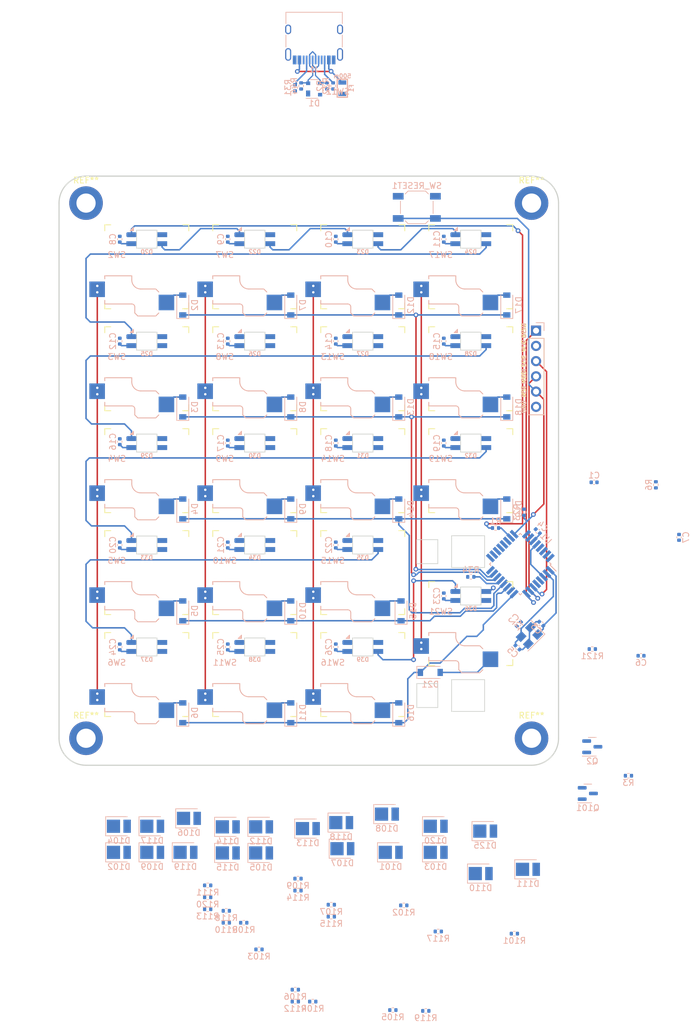
<source format=kicad_pcb>
(kicad_pcb (version 20211014) (generator pcbnew)
  (layers (0 "F.Cu" signal) (31 "B.Cu" signal) (34 "B.Paste" user) (35 "F.Paste" user) (36 "B.SilkS" user "B.Silkscreen") (37 "F.SilkS" user "F.Silkscreen") (38 "B.Mask" user) (39 "F.Mask" user) (44 "Edge.Cuts" user))
  (net 0 "")
  (net 1 "+5V")
  (net 2 "GND")
  (net 3 "Net-(C3-Pad2)")
  (net 4 "Net-(C4-Pad1)")
  (net 5 "Net-(C5-Pad1)")
  (net 6 "D+")
  (net 7 "D-")
  (net 8 "VCC")
  (net 9 "ROW_3")
  (net 10 "Net-(D2-Pad2)")
  (net 11 "ROW_2")
  (net 12 "Net-(D3-Pad2)")
  (net 13 "ROW_1")
  (net 14 "Net-(D4-Pad2)")
  (net 15 "ROW_0")
  (net 16 "Net-(D5-Pad2)")
  (net 17 "ROW_4")
  (net 18 "Net-(D6-Pad2)")
  (net 19 "Net-(D7-Pad2)")
  (net 20 "Net-(D8-Pad2)")
  (net 21 "Net-(D9-Pad2)")
  (net 22 "Net-(D10-Pad2)")
  (net 23 "Net-(D11-Pad2)")
  (net 24 "Net-(D12-Pad2)")
  (net 25 "Net-(D13-Pad2)")
  (net 26 "Net-(D14-Pad2)")
  (net 27 "Net-(D15-Pad2)")
  (net 28 "Net-(D16-Pad2)")
  (net 29 "Net-(D17-Pad2)")
  (net 30 "Net-(D18-Pad2)")
  (net 31 "Net-(D19-Pad2)")
  (net 32 "Net-(D125-Pad1)")
  (net 33 "Net-(D21-Pad2)")
  (net 35 "Net-(J1-PadA5)")
  (net 37 "Net-(J1-PadB5)")
  (net 39 "MISO")
  (net 40 "SCLK")
  (net 41 "MOSI")
  (net 42 "RST")
  (net 43 "Net-(Q2-Pad1)")
  (net 44 "Net-(Q2-Pad3)")
  (net 45 "Net-(R2-Pad2)")
  (net 46 "NUM_LOCK_PWM")
  (net 47 "PWM")
  (net 48 "Net-(R34-Pad1)")
  (net 49 "Net-(R44-Pad2)")
  (net 50 "COL_0")
  (net 51 "COL_1")
  (net 52 "COL_2")
  (net 53 "COL_3")
  (net 54 "Net-(D101-Pad1)")
  (net 55 "Net-(D102-Pad1)")
  (net 56 "Net-(D103-Pad1)")
  (net 57 "Net-(D104-Pad1)")
  (net 58 "Net-(D105-Pad1)")
  (net 59 "Net-(D106-Pad1)")
  (net 60 "Net-(D107-Pad1)")
  (net 61 "Net-(D108-Pad1)")
  (net 62 "Net-(D109-Pad1)")
  (net 63 "Net-(D110-Pad1)")
  (net 64 "Net-(D111-Pad1)")
  (net 65 "Net-(D112-Pad1)")
  (net 66 "Net-(D113-Pad1)")
  (net 67 "Net-(D114-Pad1)")
  (net 68 "Net-(D115-Pad1)")
  (net 70 "Net-(D117-Pad1)")
  (net 71 "Net-(D118-Pad1)")
  (net 72 "Net-(D119-Pad1)")
  (net 73 "Net-(D120-Pad1)")
  (net 74 "Net-(Q101-Pad1)")
  (net 75 "Net-(Q101-Pad3)")
  (net 80 "Net-(D20-Pad1)")
  (net 81 "RGB")
  (net 82 "Net-(D22-Pad1)")
  (net 83 "Net-(D23-Pad1)")
  (net 84 "D25")
  (net 85 "Net-(D25-Pad1)")
  (net 86 "Net-(D26-Pad1)")
  (net 87 "Net-(D27-Pad1)")
  (net 88 "D29")
  (net 89 "Net-(D29-Pad1)")
  (net 90 "Net-(D30-Pad1)")
  (net 91 "Net-(D31-Pad1)")
  (net 92 "D33")
  (net 93 "Net-(D33-Pad1)")
  (net 94 "Net-(D34-Pad1)")
  (net 95 "D37")
  (net 97 "Net-(D36-Pad3)")
  (net 98 "Net-(D37-Pad1)")
  (net 99 "Net-(D38-Pad1)")
  (net 100 "Net-(U1-Pad23)")
  (footprint "keyswitches.pretty-2:Kailh_socket_PG1350" (layer "F.Cu") (at 72 68)
    (fp_text reference "SW4")
    (fp_text value "SW_Push")
  )
  (footprint "keyswitches.pretty-2:Kailh_socket_PG1350" (layer "F.Cu") (at 126 93.5)
    (fp_text reference "SW21")
    (fp_text value "SW_Push")
  )
  (footprint "keyswitches.pretty-2:Kailh_socket_PG1350" (layer "F.Cu") (at 90 34)
    (fp_text reference "SW7")
    (fp_text value "SW_Push")
  )
  (footprint "keyswitches.pretty-2:Kailh_socket_PG1350" (layer "F.Cu") (at 108 85)
    (fp_text reference "SW15")
    (fp_text value "SW_Push")
  )
  (footprint "MountingHole:MountingHole_3.2mm_M3_DIN965_Pad" (layer "F.Cu") (at 136.125 23.375)
    (fp_text reference "REF**")
    (fp_text value "MountingHole_3.2mm_M3_DIN965_Pad")
  )
  (footprint "keyswitches.pretty-2:Kailh_socket_PG1350" (layer "F.Cu") (at 126 68)
    (fp_text reference "SW19")
    (fp_text value "SW_Push")
  )
  (footprint "keyswitches.pretty-2:Kailh_socket_PG1350" (layer "F.Cu") (at 90 68)
    (fp_text reference "SW9")
    (fp_text value "SW_Push")
  )
  (footprint "keyswitches.pretty-2:Kailh_socket_PG1350" (layer "F.Cu") (at 72 102)
    (fp_text reference "SW6")
    (fp_text value "SW_Push")
  )
  (footprint "keyswitches.pretty-2:Kailh_socket_PG1350" (layer "F.Cu") (at 72 85)
    (fp_text reference "SW5")
    (fp_text value "SW_Push")
  )
  (footprint "keyswitches.pretty-2:Kailh_socket_PG1350" (layer "F.Cu") (at 126 51)
    (fp_text reference "SW18")
    (fp_text value "SW_Push")
  )
  (footprint "keyswitches.pretty-2:Kailh_socket_PG1350" (layer "F.Cu") (at 108 51)
    (fp_text reference "SW13")
    (fp_text value "SW_Push")
  )
  (footprint "keyswitches.pretty-2:Kailh_socket_PG1350" (layer "F.Cu") (at 126 34)
    (fp_text reference "SW17")
    (fp_text value "SW_Push")
  )
  (footprint "keyswitches.pretty-2:Kailh_socket_PG1350" (layer "F.Cu") (at 90 51)
    (fp_text reference "SW8")
    (fp_text value "SW_Push")
  )
  (footprint "keyswitches.pretty-2:Kailh_socket_PG1350" (layer "F.Cu") (at 72 34)
    (fp_text reference "SW2")
    (fp_text value "SW_Push")
  )
  (footprint "keyswitches.pretty-2:Kailh_socket_PG1350" (layer "F.Cu") (at 108 34)
    (fp_text reference "SW12")
    (fp_text value "SW_Push")
  )
  (footprint "keyswitches.pretty-2:Kailh_socket_PG1350" (layer "F.Cu") (at 108 102)
    (fp_text reference "SW16")
    (fp_text value "SW_Push")
  )
  (footprint "Keebio-Parts:Kailh-Stabilizer-2u-Vert" (layer "F.Cu") (at 126 93.5 180)
    (fp_text reference "Kailh PG1350")
    (fp_text value "Choc" hide)
    (fp_line (start 9 -14) (end 5.5 -14) (layer "Edge.Cuts") (width 0.12))
    (fp_line (start 3.2 -14.65) (end 3.2 -9.35) (layer "Edge.Cuts") (width 0.12))
    (fp_line (start 5.5 -10) (end 9 -10) (layer "Edge.Cuts") (width 0.12))
    (fp_line (start 5.5 14) (end 9 14) (layer "Edge.Cuts") (width 0.12))
    (fp_line (start 5.5 -14) (end 5.5 -10) (layer "Edge.Cuts") (width 0.12))
    (fp_line (start 3.2 9.35) (end -2.3 9.35) (layer "Edge.Cuts") (width 0.12))
    (fp_line (start 3.2 9.35) (end 3.2 14.65) (layer "Edge.Cuts") (width 0.12))
    (fp_line (start -2.3 9.35) (end -2.3 14.65) (layer "Edge.Cuts") (width 0.12))
    (fp_line (start 9 -14) (end 9 -10) (layer "Edge.Cuts") (width 0.12))
    (fp_line (start 9 10) (end 5.5 10) (layer "Edge.Cuts") (width 0.12))
    (fp_line (start 3.2 -14.65) (end -2.3 -14.65) (layer "Edge.Cuts") (width 0.12))
    (fp_line (start 9 10) (end 9 14) (layer "Edge.Cuts") (width 0.12))
    (fp_line (start -2.3 -14.65) (end -2.3 -9.35) (layer "Edge.Cuts") (width 0.12))
    (fp_line (start 5.5 10) (end 5.5 14) (layer "Edge.Cuts") (width 0.12))
    (fp_line (start -2.3 14.65) (end 3.2 14.65) (layer "Edge.Cuts") (width 0.12))
    (fp_line (start -2.3 -9.35) (end 3.2 -9.35) (layer "Edge.Cuts") (width 0.12))
  )
  (footprint "keyswitches.pretty-2:Kailh_socket_PG1350" (layer "F.Cu") (at 90 85)
    (fp_text reference "SW10")
    (fp_text value "SW_Push")
  )
  (footprint "MountingHole:MountingHole_3.2mm_M3_DIN965_Pad" (layer "F.Cu") (at 61.875 112.625)
    (fp_text reference "REF**")
    (fp_text value "MountingHole_3.2mm_M3_DIN965_Pad")
  )
  (footprint "MountingHole:MountingHole_3.2mm_M3_DIN965_Pad" (layer "F.Cu") (at 136.125 112.625)
    (fp_text reference "REF**")
    (fp_text value "MountingHole_3.2mm_M3_DIN965_Pad")
  )
  (footprint "keyswitches.pretty-2:Kailh_socket_PG1350" (layer "F.Cu") (at 90 102)
    (fp_text reference "SW11")
    (fp_text value "SW_Push")
  )
  (footprint "keyswitches.pretty-2:Kailh_socket_PG1350" (layer "F.Cu") (at 108 68)
    (fp_text reference "SW14")
    (fp_text value "SW_Push")
  )
  (footprint "MountingHole:MountingHole_3.2mm_M3_DIN965_Pad" (layer "F.Cu") (at 61.875 23.375)
    (fp_text reference "REF**")
    (fp_text value "MountingHole_3.2mm_M3_DIN965_Pad")
  )
  (footprint "keyswitches.pretty-2:Kailh_socket_PG1350" (layer "F.Cu") (at 72 51)
    (fp_text reference "SW3")
    (fp_text value "SW_Push")
  )
  (footprint "Button_Switch_SMD:SW_SPST_SKQG_WithStem" (layer "B.Cu") (at 117 24.083356 180)
    (fp_text reference "SW_RESET1")
    (fp_text value "SW_Push")
  )
  (footprint "Resistor_SMD:R_0402_1005Metric" (layer "B.Cu") (at 96.75 154.551593)
    (fp_text reference "R106")
    (fp_text value "470")
  )
  (footprint "Capacitor_SMD:C_0402_1005Metric" (layer "B.Cu") (at 85.5 97.395925 -90)
    (fp_text reference "C25")
    (fp_text value "100nF")
  )
  (footprint "Keebio-Parts:SK6812-MINI-E" (layer "B.Cu") (at 90 46.395877 180)
    (fp_text reference "D26")
    (fp_text value "SK6812MINI" hide)
    (fp_line (start 1.7 -1.5) (end -1.7 -1.5) (layer "Edge.Cuts") (width 0.12))
    (fp_line (start -1.7 -1.5) (end -1.7 1.5) (layer "Edge.Cuts") (width 0.12))
    (fp_line (start 1.7 1.5) (end 1.7 -1.5) (layer "Edge.Cuts") (width 0.12))
    (fp_line (start -1.7 1.5) (end 1.7 1.5) (layer "Edge.Cuts") (width 0.12))
  )
  (footprint "Keebio-Parts:SK6812-MINI-E" (layer "B.Cu") (at 108 80.395909 180)
    (fp_text reference "D35")
    (fp_text value "SK6812MINI" hide)
    (fp_line (start 1.7 1.5) (end 1.7 -1.5) (layer "Edge.Cuts") (width 0.12))
    (fp_line (start 1.7 -1.5) (end -1.7 -1.5) (layer "Edge.Cuts") (width 0.12))
    (fp_line (start -1.7 1.5) (end 1.7 1.5) (layer "Edge.Cuts") (width 0.12))
    (fp_line (start -1.7 -1.5) (end -1.7 1.5) (layer "Edge.Cuts") (width 0.12))
  )
  (footprint "Package_TO_SOT_SMD:SOT-23" (layer "B.Cu") (at 145.5 121.833276)
    (fp_text reference "Q101")
    (fp_text value "DMN2041L")
  )
  (footprint "Keebio-Parts:SK6812-MINI-E" (layer "B.Cu") (at 72 29.395861 180)
    (fp_text reference "D20")
    (fp_text value "SK6812MINI" hide)
    (fp_line (start 1.7 1.5) (end 1.7 -1.5) (layer "Edge.Cuts") (width 0.12))
    (fp_line (start -1.7 1.5) (end 1.7 1.5) (layer "Edge.Cuts") (width 0.12))
    (fp_line (start -1.7 -1.5) (end -1.7 1.5) (layer "Edge.Cuts") (width 0.12))
    (fp_line (start 1.7 -1.5) (end -1.7 -1.5) (layer "Edge.Cuts") (width 0.12))
  )
  (footprint "LED_SMD:LED_PLCC_2835" (layer "B.Cu") (at 72.9 131.649998)
    (fp_text reference "D109")
    (fp_text value "LED")
  )
  (footprint "Keebio-Parts:SK6812-MINI-E" (layer "B.Cu") (at 108 63.395893 180)
    (fp_text reference "D31")
    (fp_text value "SK6812MINI" hide)
    (fp_line (start 1.7 1.5) (end 1.7 -1.5) (layer "Edge.Cuts") (width 0.12))
    (fp_line (start -1.7 1.5) (end 1.7 1.5) (layer "Edge.Cuts") (width 0.12))
    (fp_line (start -1.7 -1.5) (end -1.7 1.5) (layer "Edge.Cuts") (width 0.12))
    (fp_line (start 1.7 -1.5) (end -1.7 -1.5) (layer "Edge.Cuts") (width 0.12))
  )
  (footprint "Package_TO_SOT_SMD:SOT-143" (layer "B.Cu") (at 99.8875 4.34167)
    (fp_text reference "D1")
    (fp_text value "PRTR5V0U2X")
  )
  (footprint "Resistor_SMD:R_0402_1005Metric" (layer "B.Cu") (at 130.125 77.562573 180)
    (fp_text reference "R1")
    (fp_text value "300")
  )
  (footprint "Capacitor_SMD:C_0402_1005Metric" (layer "B.Cu") (at 103.5 63.395893 -90)
    (fp_text reference "C18")
    (fp_text value "100nF")
  )
  (footprint "Keebio-Parts:SK6812-MINI-E" (layer "B.Cu") (at 72 46.395877 180)
    (fp_text reference "D25")
    (fp_text value "SK6812MINI" hide)
    (fp_line (start 1.7 1.5) (end 1.7 -1.5) (layer "Edge.Cuts") (width 0.12))
    (fp_line (start -1.7 1.5) (end 1.7 1.5) (layer "Edge.Cuts") (width 0.12))
    (fp_line (start 1.7 -1.5) (end -1.7 -1.5) (layer "Edge.Cuts") (width 0.12))
    (fp_line (start -1.7 -1.5) (end -1.7 1.5) (layer "Edge.Cuts") (width 0.12))
  )
  (footprint "Capacitor_SMD:C_0402_1005Metric" (layer "B.Cu") (at 133.787344 97.479656 -45)
    (fp_text reference "C5")
    (fp_text value "22pF")
  )
  (footprint "Resistor_SMD:R_0402_1005Metric" (layer "B.Cu") (at 134.874 74.93 -90)
    (fp_text reference "R23")
    (fp_text value "10k")
  )
  (footprint "Capacitor_SMD:C_0402_1005Metric" (layer "B.Cu") (at 121.5 88.895917 -90)
    (fp_text reference "C23")
    (fp_text value "100nF")
  )
  (footprint "Capacitor_SMD:C_0402_1005Metric" (layer "B.Cu") (at 121.5 46.395877 -90)
    (fp_text reference "C15")
    (fp_text value "100nF")
  )
  (footprint "Diode_SMD:D_SOD-123" (layer "B.Cu") (at 132 40.375038 90)
    (fp_text reference "D17")
    (fp_text value "D_Small")
  )
  (footprint "LED_SMD:LED_PLCC_2835" (layer "B.Cu") (at 104.4 126.691667)
    (fp_text reference "D118")
    (fp_text value "LED")
  )
  (footprint "Resistor_SMD:R_0402_1005Metric" (layer "B.Cu") (at 97.2 138.024933)
    (fp_text reference "R114")
    (fp_text value "470")
  )
  (footprint "Capacitor_SMD:C_0402_1005Metric" (layer "B.Cu") (at 85.5 29.395861 -90)
    (fp_text reference "C9")
    (fp_text value "100nF")
  )
  (footprint "Resistor_SMD:R_0402_1005Metric" (layer "B.Cu") (at 133.26 145.208265)
    (fp_text reference "R101")
    (fp_text value "470")
  )
  (footprint "LED_SMD:LED_PLCC_2835" (layer "B.Cu") (at 91.05 131.75)
    (fp_text reference "D105")
    (fp_text value "LED")
  )
  (footprint "Keebio-Parts:SK6812-MINI-E" (layer "B.Cu") (at 72 80.395909 180)
    (fp_text reference "D33")
    (fp_text value "SK6812MINI" hide)
    (fp_line (start 1.7 -1.5) (end -1.7 -1.5) (layer "Edge.Cuts") (width 0.12))
    (fp_line (start -1.7 1.5) (end 1.7 1.5) (layer "Edge.Cuts") (width 0.12))
    (fp_line (start -1.7 -1.5) (end -1.7 1.5) (layer "Edge.Cuts") (width 0.12))
    (fp_line (start 1.7 1.5) (end 1.7 -1.5) (layer "Edge.Cuts") (width 0.12))
  )
  (footprint "LED_SMD:LED_PLCC_2835" (layer "B.Cu") (at 98.85 127.691667)
    (fp_text reference "D113")
    (fp_text value "LED")
  )
  (footprint "Keebio-Parts:Fuse_0805" (layer "B.Cu") (at 104.5865 4.21467 -90)
    (fp_text reference "F1")
    (fp_text value "500m")
  )
  (footprint "Diode_SMD:D_SOD-123" (layer "B.Cu") (at 78 74.37507 90)
    (fp_text reference "D4")
    (fp_text value "D_Small")
  )
  (footprint "Capacitor_SMD:C_0402_1005Metric" (layer "B.Cu") (at 85.5 80.395909 -90)
    (fp_text reference "C21")
    (fp_text value "100nF")
  )
  (footprint "Resistor_SMD:R_0402_1005Metric" (layer "B.Cu") (at 156.845 70.358 -90)
    (fp_text reference "R6")
    (fp_text value "1k")
  )
  (footprint "Resistor_SMD:R_0402_1005Metric" (layer "B.Cu") (at 152.273 118.872)
    (fp_text reference "R3")
    (fp_text value "470")
  )
  (footprint "Capacitor_SMD:C_0402_1005Metric" (layer "B.Cu") (at 137.738656 93.528344 -45)
    (fp_text reference "C3")
    (fp_text value "22pF")
  )
  (footprint "LED_SMD:LED_PLCC_2835" (layer "B.Cu") (at 67.35 131.649998)
    (fp_text reference "D102")
    (fp_text value "LED")
  )
  (footprint "Diode_SMD:D_SOD-123" (layer "B.Cu") (at 114 40.375038 90)
    (fp_text reference "D12")
    (fp_text value "D_Small")
  )
  (footprint "Diode_SMD:D_SOD-123" (layer "B.Cu") (at 132 74.37507 90)
    (fp_text reference "D19")
    (fp_text value "D_Small")
  )
  (footprint "Diode_SMD:D_SOD-123" (layer "B.Cu") (at 114 57.375054 90)
    (fp_text reference "D13")
    (fp_text value "D_Small")
  )
  (footprint "Keebio-Parts:SK6812-MINI-E" (layer "B.Cu") (at 72 97.395925 180)
    (fp_text reference "D37")
    (fp_text value "SK6812MINI" hide)
    (fp_line (start 1.7 -1.5) (end -1.7 -1.5) (layer "Edge.Cuts") (width 0.12))
    (fp_line (start -1.7 -1.5) (end -1.7 1.5) (layer "Edge.Cuts") (width 0.12))
    (fp_line (start -1.7 1.5) (end 1.7 1.5) (layer "Edge.Cuts") (width 0.12))
    (fp_line (start 1.7 1.5) (end 1.7 -1.5) (layer "Edge.Cuts") (width 0.12))
  )
  (footprint "Capacitor_SMD:C_0402_1005Metric" (layer "B.Cu") (at 85.5 46.395877 -90)
    (fp_text reference "C13")
    (fp_text value "100nF")
  )
  (footprint "Diode_SMD:D_SOD-123" (layer "B.Cu") (at 78 108.375102 90)
    (fp_text reference "D6")
    (fp_text value "D_Small")
  )
  (footprint "Diode_SMD:D_SOD-123" (layer "B.Cu") (at 78 91.375086 90)
    (fp_text reference "D5")
    (fp_text value "D_Small")
  )
  (footprint "Resistor_SMD:R_0402_1005Metric" (layer "B.Cu") (at 126 85.708414 180)
    (fp_text reference "R34")
    (fp_text value "10k")
  )
  (footprint "Diode_SMD:D_SOD-123" (layer "B.Cu") (at 78 40.375038 90)
    (fp_text reference "D2")
    (fp_text value "D_Small")
  )
  (footprint "Resistor_SMD:R_0402_1005Metric" (layer "B.Cu") (at 96.75 156.541593)
    (fp_text reference "R112")
    (fp_text value "470")
  )
  (footprint "Keebio-Parts:SK6812-MINI-E" (layer "B.Cu") (at 108 46.395877 180)
    (fp_text reference "D27")
    (fp_text value "SK6812MINI" hide)
    (fp_line (start -1.7 -1.5) (end -1.7 1.5) (layer "Edge.Cuts") (width 0.12))
    (fp_line (start 1.7 1.5) (end 1.7 -1.5) (layer "Edge.Cuts") (width 0.12))
    (fp_line (start -1.7 1.5) (end 1.7 1.5) (layer "Edge.Cuts") (width 0.12))
    (fp_line (start 1.7 -1.5) (end -1.7 -1.5) (layer "Edge.Cuts") (width 0.12))
  )
  (footprint "Resistor_SMD:R_0402_1005Metric" (layer "B.Cu") (at 85.25 143.391593)
    (fp_text reference "R110")
    (fp_text value "470")
  )
  (footprint "Capacitor_SMD:C_0402_1005Metric" (layer "B.Cu") (at 67.5 97.395925 -90)
    (fp_text reference "C24")
    (fp_text value "100nF")
  )
  (footprint "Capacitor_SMD:C_0402_1005Metric" (layer "B.Cu") (at 121.5 63.395893 -90)
    (fp_text reference "C19")
    (fp_text value "100nF")
  )
  (footprint "Capacitor_SMD:C_0402_1005Metric" (layer "B.Cu") (at 67.5 46.395877 -90)
    (fp_text reference "C12")
    (fp_text value "100nF")
  )
  (footprint "LED_SMD:LED_PLCC_2835" (layer "B.Cu") (at 135.525 134.483389)
    (fp_text reference "D111")
    (fp_text value "LED")
  )
  (footprint "Resistor_SMD:R_0402_1005Metric" (layer "B.Cu") (at 82.15 139.151593)
    (fp_text reference "R120")
    (fp_text value "470")
  )
  (footprint "LED_SMD:LED_PLCC_2835" (layer "B.Cu") (at 120.15 127.299998)
    (fp_text reference "D120")
    (fp_text value "LED")
  )
  (footprint "Capacitor_SMD:C_0402_1005Metric" (layer "B.Cu") (at 121.5 29.395861 -90)
    (fp_text reference "C11")
    (fp_text value "100nF")
  )
  (footprint "LED_SMD:LED_PLCC_2835" (layer "B.Cu") (at 67.35 127.299998)
    (fp_text reference "D104")
    (fp_text value "LED")
  )
  (footprint "Capacitor_SMD:C_0402_1005Metric" (layer "B.Cu") (at 103.5 97.395925 -90)
    (fp_text reference "C26")
    (fp_text value "100nF")
  )
  (footprint "Keebio-Parts:SK6812-MINI-E" (layer "B.Cu") (at 126 46.395877 180)
    (fp_text reference "D28")
    (fp_text value "SK6812MINI" hide)
    (fp_line (start -1.7 -1.5) (end -1.7 1.5) (layer "Edge.Cuts") (width 0.12))
    (fp_line (start 1.7 -1.5) (end -1.7 -1.5) (layer "Edge.Cuts") (width 0.12))
    (fp_line (start 1.7 1.5) (end 1.7 -1.5) (layer "Edge.Cuts") (width 0.12))
    (fp_line (start -1.7 1.5) (end 1.7 1.5) (layer "Edge.Cuts") (width 0.12))
  )
  (footprint "Resistor_SMD:R_0402_1005Metric" (layer "B.Cu") (at 97.2 136.034933)
    (fp_text reference "R109")
    (fp_text value "470")
  )
  (footprint "LED_SMD:LED_PLCC_2835" (layer "B.Cu") (at 112.025 125.275001)
    (fp_text reference "D108")
    (fp_text value "LED")
  )
  (footprint "Resistor_SMD:R_0402_1005Metric" (layer "B.Cu") (at 118.5 158.093258)
    (fp_text reference "R119")
    (fp_text value "470")
  )
  (footprint "Capacitor_SMD:C_0402_1005Metric" (layer "B.Cu") (at 154.369274 98.864987)
    (fp_text reference "C6")
    (fp_text value "10uf")
  )
  (footprint "Connector_USB:USB_C_Receptacle_HRO_TYPE-C-31-M-12" (layer "B.Cu") (at 99.8875 -4.54833)
    (fp_text reference "J1")
    (fp_text value "USB_C_Receptacle_USB2.0")
  )
  (footprint "Resistor_SMD:R_0402_1005Metric" (layer "B.Cu") (at 96.7125 4.13967 -90)
    (fp_text reference "R31")
    (fp_text value "5.1k")
  )
  (footprint "LED_SMD:LED_PLCC_2835" (layer "B.Cu") (at 85.5 127.4)
    (fp_text reference "D114")
    (fp_text value "LED")
  )
  (footprint "Keebio-Parts:SK6812-MINI-E" (layer "B.Cu") (at 90 97.395925 180)
    (fp_text reference "D38")
    (fp_text value "SK6812MINI" hide)
    (fp_line (start 1.7 1.5) (end 1.7 -1.5) (layer "Edge.Cuts") (width 0.12))
    (fp_line (start -1.7 1.5) (end 1.7 1.5) (layer "Edge.Cuts") (width 0.12))
    (fp_line (start 1.7 -1.5) (end -1.7 -1.5) (layer "Edge.Cuts") (width 0.12))
    (fp_line (start -1.7 -1.5) (end -1.7 1.5) (layer "Edge.Cuts") (width 0.12))
  )
  (footprint "Keebio-Parts:SK6812-MINI-E" (layer "B.Cu") (at 108 29.395861 180)
    (fp_text reference "D23")
    (fp_text value "SK6812MINI" hide)
    (fp_line (start 1.7 1.5) (end 1.7 -1.5) (layer "Edge.Cuts") (width 0.12))
    (fp_line (start -1.7 -1.5) (end -1.7 1.5) (layer "Edge.Cuts") (width 0.12))
    (fp_line (start 1.7 -1.5) (end -1.7 -1.5) (layer "Edge.Cuts") (width 0.12))
    (fp_line (start -1.7 1.5) (end 1.7 1.5) (layer "Edge.Cuts") (width 0.12))
  )
  (footprint "Keebio-Parts:SK6812-MINI-E" (layer "B.Cu") (at 108 97.395925 180)
    (fp_text reference "D39")
    (fp_text value "SK6812MINI" hide)
    (fp_line (start 1.7 -1.5) (end -1.7 -1.5) (layer "Edge.Cuts") (width 0.12))
    (fp_line (start -1.7 -1.5) (end -1.7 1.5) (layer "Edge.Cuts") (width 0.12))
    (fp_line (start 1.7 1.5) (end 1.7 -1.5) (layer "Edge.Cuts") (width 0.12))
    (fp_line (start -1.7 1.5) (end 1.7 1.5) (layer "Edge.Cuts") (width 0.12))
  )
  (footprint "Resistor_SMD:R_0402_1005Metric" (layer "B.Cu") (at 85.25 141.401593)
    (fp_text reference "R118")
    (fp_text value "470")
  )
  (footprint "Package_QFP:TQFP-32_7x7mm_P0.8mm" (layer "B.Cu") (at 134.25 83.583412 135)
    (fp_text reference "U1")
    (fp_text value "ATmega32U2-A")
  )
  (footprint "Diode_SMD:D_SOD-123" (layer "B.Cu") (at 96 91.375086 90)
    (fp_text reference "D10")
    (fp_text value "D_Small")
  )
  (footprint "Capacitor_SMD:C_0402_1005Metric" (layer "B.Cu") (at 85.5 63.395893 -90)
    (fp_text reference "C17")
    (fp_text value "100nF")
  )
  (footprint "Capacitor_SMD:C_0402_1005Metric" (layer "B.Cu") (at 160.702719 79.117913 90)
    (fp_text reference "C7")
    (fp_text value ".1uF")
  )
  (footprint "Capacitor_SMD:C_0402_1005Metric" (layer "B.Cu") (at 137.16 78.105 135)
    (fp_text reference "C4")
    (fp_text value "1uF")
  )
  (footprint "Resistor_SMD:R_0402_1005Metric" (layer "B.Cu") (at 120.58 144.848274)
    (fp_text reference "R117")
    (fp_text value "470")
  )
  (footprint "Capacitor_SMD:C_0402_1005Metric" (layer "B.Cu") (at 103.5 80.395909 -90)
    (fp_text reference "C22")
    (fp_text value "100nF")
  )
  (footprint "LED_SMD:LED_PLCC_2835" (layer "B.Cu") (at 128.4 128.108333)
    (fp_text reference "D125")
    (fp_text value "LED")
  )
  (footprint "Diode_SMD:D_SOD-123" (layer "B.Cu") (at 96 57.375054 90)
    (fp_text reference "D8")
    (fp_text value "D_Small")
  )
  (footprint "Diode_SMD:D_SOD-123" (layer "B.Cu") (at 96 108.375102 90)
    (fp_text reference "D11")
    (fp_text value "D_Small")
  )
  (footprint "Diode_SMD:D_SOD-123" (layer "B.Cu") (at 114.375 91.375086 90)
    (fp_text reference "D15")
    (fp_text value "D_Small")
  )
  (footprint "Capacitor_SMD:C_0402_1005Metric" (layer "B.Cu") (at 103.5 46.395877 -90)
    (fp_text reference "C14")
    (fp_text value "100nF")
  )
  (footprint "Resistor_SMD:R_0402_1005Metric" (layer "B.Cu") (at 82.15 137.161593)
    (fp_text reference "R111")
    (fp_text value "470")
  )
  (footprint "Resistor_SMD:R_0402_1005Metric" (layer "B.Cu") (at 102.75 140.384933)
    (fp_text reference "R107")
    (fp_text value "470")
  )
  (footprint "Resistor_SMD:R_0402_1005Metric" (layer "B.Cu") (at 90.7 147.841593)
    (fp_text reference "R103")
    (fp_text value "470")
  )
  (footprint "Resistor_SMD:R_0402_1005Metric" (layer "B.Cu") (at 113.01 157.958259)
    (fp_text reference "R105")
    (fp_text value "470")
  )
  (footprint "Resistor_SMD:R_0402_1005Metric" (layer "B.Cu") (at 102.75 142.374933)
    (fp_text reference "R115")
    (fp_text value "470")
  )
  (footprint "Diode_SMD:D_SOD-123" (layer "B.Cu") (at 96 40.375038 90)
    (fp_text reference "D7")
    (fp_text value "D_Small")
  )
  (footprint "Package_TO_SOT_SMD:SOT-23" (layer "B.Cu") (at 146.25 114.041613)
    (fp_text reference "Q2")
    (fp_text value "DMN2041L")
  )
  (footprint "Keebio-Parts:SK6812-MINI-E" (layer "B.Cu") (at 90 29.395861 180)
    (fp_text reference "D22")
    (fp_text value "SK6812MINI" hide)
    (fp_line (start 1.7 -1.5) (end -1.7 -1.5) (layer "Edge.Cuts") (width 0.12))
    (fp_line (start -1.7 -1.5) (end -1.7 1.5) (layer "Edge.Cuts") (width 0.12))
    (fp_line (start 1.7 1.5) (end 1.7 -1.5) (layer "Edge.Cuts") (width 0.12))
    (fp_line (start -1.7 1.5) (end 1.7 1.5) (layer "Edge.Cuts") (width 0.12))
  )
  (footprint "Diode_SMD:D_SOD-123" (layer "B.Cu") (at 114 74.37507 90)
    (fp_text reference "D14")
    (fp_text value "D_Small")
  )
  (footprint "Capacitor_SMD:C_0402_1005Metric" (layer "B.Cu") (at 67.5 63.167559 -90)
    (fp_text reference "C16")
    (fp_text value "100nF")
  )
  (footprint "Capacitor_SMD:C_0402_1005Metric" (layer "B.Cu") (at 146.548803 69.939802 180)
    (fp_text reference "C1")
    (fp_text value ".1uF")
  )
  (footprint "LED_SMD:LED_PLCC_2835" (layer "B.Cu") (at 85.5 131.75)
    (fp_text reference "D115")
    (fp_text value "LED")
  )
  (footprint "Capacitor_SMD:C_0402_1005Metric" (layer "B.Cu") (at 103.5 29.395861 -90)
    (fp_text reference "C10")
    (fp_text value "100nF")
  )
  (footprint "LED_SMD:LED_PLCC_2835" (layer "B.Cu") (at 104.6 131.041667)
    (fp_text reference "D107")
    (fp_text value "LED")
  )
  (footprint "Resistor_SMD:R_0402_1005Metric" (layer "B.Cu") (at 97.7285 3.83367 -90)
    (fp_text reference "R44")
    (fp_text value "22")
  )
  (footprint "LED_SMD:LED_PLCC_2835" (layer "B.Cu") (at 112.65 131.649998)
    (fp_text reference "D101")
    (fp_text value "LED")
  )
  (footprint "Resistor_SMD:R_0402_1005Metric" (layer "B.Cu") (at 88.16 143.391593)
    (fp_text reference "R108")
    (fp_text value "470")
  )
  (footprint "Resistor_SMD:R_0402_1005Metric" (layer "B.Cu") (at 103.0625 3.83367 -90)
    (fp_text reference "R22")
    (fp_text value "5.1k")
  )
  (footprint "LED_SMD:LED_PLCC_2835" (layer "B.Cu") (at 127.65 135.191663)
    (fp_text reference "D110")
    (fp_text value "LED")
  )
  (footprint "Diode_SMD:D_SOD-123" (layer "B.Cu") (at 114 108.375102 90)
    (fp_text reference "D16")
    (fp_text value "D_Small")
  )
  (footprint "Resistor_SMD:R_0402_1005Metric" (layer "B.Cu") (at 102.0465 3.83367 -90)
    (fp_text reference "R2")
    (fp_text value "22")
  )
  (footprint "Diode_SMD:D_SOD-123" (layer "B.Cu") (at 132 57.375054 90)
    (fp_text reference "D18")
    (fp_text value "D_Small")
  )
  (footprint "Crystal:Crystal_SMD_3225-4Pin_3.2x2.5mm" (layer "B.Cu") (at 135.763 95.504 -135)
    (fp_text reference "Y1")
    (fp_text value "16MHz")
  )
  (footprint "LED_SMD:LED_PLCC_2835" (layer "B.Cu") (at 72.9 127.299998)
    (fp_text reference "D117")
    (fp_text value "LED")
  )
  (footprint "Resistor_SMD:R_0402_1005Metric" (layer "B.Cu") (at 114.83 140.498274)
    (fp_text reference "R102")
    (fp_text value "470")
  )
  (footprint "Resistor_SMD:R_0402_1005Metric" (layer "B.Cu") (at 82.15 141.141593)
    (fp_text reference "R113")
    (fp_text value "470")
  )
  (footprint "Diode_SMD:D_SOD-123" (layer "B.Cu") (at 119.25 101.645929)
    (fp_text reference "D21")
    (fp_text value "D_Small")
  )
  (footprint "Keebio-Parts:SK6812-MINI-E" (layer "B.Cu") (at 126 29.395861 180)
    (fp_text reference "D24")
    (fp_text value "SK6812MINI" hide)
    (fp_line (start 1.7 1.5) (end 1.7 -1.5) (layer "Edge.Cuts") (width 0.12))
    (fp_line (start 1.7 -1.5) (end -1.7 -1.5) (layer "Edge.Cuts") (width 0.12))
    (fp_line (start -1.7 -1.5) (end -1.7 1.5) (layer "Edge.Cuts") (width 0.12))
    (fp_line (start -1.7 1.5) (end 1.7 1.5) (layer "Edge.Cuts") (width 0.12))
  )
  (footprint "Keebio-Parts:ICSP-Header" (layer "B.Cu") (at 136.875 44.650048 180)
    (fp_text reference "J3" hide)
    (fp_text value "AVR-ISP-6")
  )
  (footprint "Keebio-Parts:SK6812-MINI-E" (layer "B.Cu") (at 72 63.395893 180)
    (fp_text reference "D29")
    (fp_text value "SK6812MINI" hide)
    (fp_line (start -1.7 1.5) (end 1.7 1.5) (layer "Edge.Cuts") (width 0.12))
    (fp_line (start -1.7 -1.5) (end -1.7 1.5) (layer "Edge.Cuts") (width 0.12))
    (fp_line (start 1.7 1.5) (end 1.7 -1.5) (layer "Edge.Cuts") (width 0.12))
    (fp_line (start 1.7 -1.5) (end -1.7 -1.5) (layer "Edge.Cuts") (width 0.12))
  )
  (footprint "Keebio-Parts:SK6812-MINI-E" (layer "B.Cu") (at 90 63.395893 180)
    (fp_text reference "D30")
    (fp_text value "SK6812MINI" hide)
    (fp_line (start 1.7 -1.5) (end -1.7 -1.5) (layer "Edge.Cuts") (width 0.12))
    (fp_line (start -1.7 -1.5) (end -1.7 1.5) (layer "Edge.Cuts") (width 0.12))
    (fp_line (start -1.7 1.5) (end 1.7 1.5) (layer "Edge.Cuts") (width 0.12))
    (fp_line (start 1.7 1.5) (end 1.7 -1.5) (layer "Edge.Cuts") (width 0.12))
  )
  (footprint "LED_SMD:LED_PLCC_2835" (layer "B.Cu") (at 91.05 127.4)
    (fp_text reference "D112")
    (fp_text value "LED")
  )
  (footprint "LED_SMD:LED_PLCC_2835" (layer "B.Cu") (at 120.15 131.649998)
    (fp_text reference "D103")
    (fp_text value "LED")
  )
  (footprint "Keebio-Parts:SK6812-MINI-E" (layer "B.Cu") (at 126 63.395893 180)
    (fp_text reference "D32")
    (fp_text value "SK6812MINI" hide)
    (fp_line (start -1.7 1.5) (end 1.7 1.5) (layer "Edge.Cuts") (width 0.12))
    (fp_line (start 1.7 1.5) (end 1.7 -1.5) (layer "Edge.Cuts") (width 0.12))
    (fp_line (start -1.7 -1.5) (end -1.7 1.5) (layer "Edge.Cuts") (width 0.12))
    (fp_line (start 1.7 -1.5) (end -1.7 -1.5) (layer "Edge.Cuts") (width 0.12))
  )
  (footprint "Capacitor_SMD:C_0402_1005Metric" (layer "B.Cu") (at 134.0104 93.5736 -135)
    (fp_text reference "C2")
    (fp_text value ".1uF")
  )
  (footprint "Capacitor_SMD:C_0402_1005Metric" (layer "B.Cu") (at 67.5 29.395861 -90)
    (fp_text reference "C8")
    (fp_text value "100nF")
  )
  (footprint "Keebio-Parts:SK6812-MINI-E" (layer "B.Cu") (at 126 88.895917 180)
    (fp_text reference "D36")
    (fp_text value "SK6812MINI" hide)
    (fp_line (start -1.7 -1.5) (end -1.7 1.5) (layer "Edge.Cuts") (width 0.12))
    (fp_line (start 1.7 -1.5) (end -1.7 -1.5) (layer "Edge.Cuts") (width 0.12))
    (fp_line (start 1.7 1.5) (end 1.7 -1.5) (layer "Edge.Cuts") (width 0.12))
    (fp_line (start -1.7 1.5) (end 1.7 1.5) (layer "Edge.Cuts") (width 0.12))
  )
  (footprint "Capacitor_SMD:C_0402_1005Metric" (layer "B.Cu") (at 67.5 80.395909 -90)
    (fp_text reference "C20")
    (fp_text value "100nF")
  )
  (footprint "Diode_SMD:D_SOD-123" (layer "B.Cu") (at 78 57.375054 90)
    (fp_text reference "D3")
    (fp_text value "D_Small")
  )
  (footprint "Resistor_SMD:R_0402_1005Metric" (layer "B.Cu") (at 99.66 156.541593)
    (fp_text reference "R104")
    (fp_text value "470")
  )
  (footprint "LED_SMD:LED_PLCC_2835" (layer "B.Cu") (at 79.025 125.983334)
    (fp_text reference "D106")
    (fp_text value "LED")
  )
  (footprint "LED_SMD:LED_PLCC_2835" (layer "B.Cu") (at 78.45 131.649998)
    (fp_text reference "D119")
    (fp_text value "LED")
  )
  (footprint "Keebio-Parts:SK6812-MINI-E" (layer "B.Cu") (at 90 80.395909 180)
    (fp_text reference "D34")
    (fp_text value "SK6812MINI" hide)
    (fp_line (start 1.7 -1.5) (end -1.7 -1.5) (layer "Edge.Cuts") (width 0.12))
    (fp_line (start 1.7 1.5) (end 1.7 -1.5) (layer "Edge.Cuts") (width 0.12))
    (fp_line (start -1.7 1.5) (end 1.7 1.5) (layer "Edge.Cuts") (width 0.12))
    (fp_line (start -1.7 -1.5) (end -1.7 1.5) (layer "Edge.Cuts") (width 0.12))
  )
  (footprint "Diode_SMD:D_SOD-123" (layer "B.Cu") (at 96 74.37507 90)
    (fp_text reference "D9")
    (fp_text value "D_Small")
  )
  (footprint "Resistor_SMD:R_0402_1005Metric" (layer "B.Cu") (at 146.25 97.75)
    (fp_text reference "R121")
    (fp_text value "1k")
  )
  (gr_arc (start 140.625 112.625) (mid 139.306981 115.806981) (end 136.125 117.125) (layer "Edge.Cuts") (width 0.2))
  (gr_arc (start 136.125 18.875) (mid 139.306981 20.193019) (end 140.625 23.375) (layer "Edge.Cuts") (width 0.2))
  (gr_line (start 57.375 23.375) (end 57.375 112.625) (layer "Edge.Cuts") (width 0.2))
  (gr_line (start 140.625 112.625) (end 140.625 23.375) (layer "Edge.Cuts") (width 0.2))
  (gr_line (start 136.125 18.875) (end 61.875 18.875) (layer "Edge.Cuts") (width 0.2))
  (gr_arc (start 61.875 117.125) (mid 58.693019 115.806981) (end 57.375 112.625) (layer "Edge.Cuts") (width 0.2))
  (gr_arc (start 57.375 23.375) (mid 58.693019 20.193019) (end 61.875 18.875) (layer "Edge.Cuts") (width 0.2))
  (gr_line (start 61.875 117.125) (end 136.125 117.125) (layer "Edge.Cuts") (width 0.2))
  (segment (start 121.77 64.145893) (end 121.5 63.875893) (width 0.25) (layer "B.Cu") (net 1))
  (segment (start 67.77 81.145909) (end 67.5 80.875909) (width 0.25) (layer "B.Cu") (net 1))
  (segment (start 69.45 64.145893) (end 67.998334 64.145893) (width 0.25) (layer "B.Cu") (net 1))
  (segment (start 123.45 47.145877) (end 121.77 47.145877) (width 0.25) (layer "B.Cu") (net 1))
  (segment (start 105.45 64.145893) (end 103.77 64.145893) (width 0.25) (layer "B.Cu") (net 1))
  (segment (start 87.45 64.145893) (end 85.77 64.145893) (width 0.25) (layer "B.Cu") (net 1))
  (segment (start 67.77 30.145861) (end 67.5 29.875861) (width 0.25) (layer "B.Cu") (net 1))
  (segment (start 67.77 98.145925) (end 67.5 97.875925) (width 0.25) (layer "B.Cu") (net 1))
  (segment (start 123.45 30.145861) (end 121.77 30.145861) (width 0.25) (layer "B.Cu") (net 1))
  (segment (start 85.77 47.145877) (end 85.5 46.875877) (width 0.25) (layer "B.Cu") (net 1))
  (segment (start 69.45 47.145877) (end 67.77 47.145877) (width 0.25) (layer "B.Cu") (net 1))
  (segment (start 87.45 98.145925) (end 85.77 98.145925) (width 0.25) (layer "B.Cu") (net 1))
  (segment (start 103.77 64.145893) (end 103.5 63.875893) (width 0.25) (layer "B.Cu") (net 1))
  (segment (start 69.45 81.145909) (end 67.77 81.145909) (width 0.25) (layer "B.Cu") (net 1))
  (segment (start 103.77 47.145877) (end 103.5 46.875877) (width 0.25) (layer "B.Cu") (net 1))
  (segment (start 121.77 89.645917) (end 121.5 89.375917) (width 0.25) (layer "B.Cu") (net 1))
  (segment (start 123.45 89.645917) (end 121.77 89.645917) (width 0.25) (layer "B.Cu") (net 1))
  (segment (start 105.45 98.145925) (end 103.77 98.145925) (width 0.25) (layer "B.Cu") (net 1))
  (segment (start 69.45 30.145861) (end 67.77 30.145861) (width 0.25) (layer "B.Cu") (net 1))
  (segment (start 105.45 47.145877) (end 103.77 47.145877) (width 0.25) (layer "B.Cu") (net 1))
  (segment (start 67.998334 64.145893) (end 67.5 63.647559) (width 0.25) (layer "B.Cu") (net 1))
  (segment (start 69.45 98.145925) (end 67.77 98.145925) (width 0.25) (layer "B.Cu") (net 1))
  (segment (start 87.45 81.145909) (end 85.77 81.145909) (width 0.25) (layer "B.Cu") (net 1))
  (segment (start 146.939 69.85) (end 147.095035 70.006035) (width 0.25) (layer "B.Cu") (net 1))
  (segment (start 87.45 47.145877) (end 85.77 47.145877) (width 0.25) (layer "B.Cu") (net 1))
  (segment (start 103.77 98.145925) (end 103.5 97.875925) (width 0.25) (layer "B.Cu") (net 1))
  (segment (start 85.77 81.145909) (end 85.5 80.875909) (width 0.25) (layer "B.Cu") (net 1))
  (segment (start 121.77 30.145861) (end 121.5 29.875861) (width 0.25) (layer "B.Cu") (net 1))
  (segment (start 105.45 30.145861) (end 103.77 30.145861) (width 0.25) (layer "B.Cu") (net 1))
  (segment (start 103.77 30.145861) (end 103.5 29.875861) (width 0.25) (layer "B.Cu") (net 1))
  (segment (start 87.45 30.145861) (end 85.77 30.145861) (width 0.25) (layer "B.Cu") (net 1))
  (segment (start 123.45 64.145893) (end 121.77 64.145893) (width 0.25) (layer "B.Cu") (net 1))
  (segment (start 105.45 81.145909) (end 103.77 81.145909) (width 0.25) (layer "B.Cu") (net 1))
  (segment (start 85.77 98.145925) (end 85.5 97.875925) (width 0.25) (layer "B.Cu") (net 1))
  (segment (start 85.77 64.145893) (end 85.5 63.875893) (width 0.25) (layer "B.Cu") (net 1))
  (segment (start 67.77 47.145877) (end 67.5 46.875877) (width 0.25) (layer "B.Cu") (net 1))
  (segment (start 85.77 30.145861) (end 85.5 29.875861) (width 0.25) (layer "B.Cu") (net 1))
  (segment (start 103.77 81.145909) (end 103.5 80.875909) (width 0.25) (layer "B.Cu") (net 1))
  (segment (start 121.77 47.145877) (end 121.5 46.875877) (width 0.25) (layer "B.Cu") (net 1))
  (via (at 129.75 87.549728) (size 0.8) (drill 0.4) (layers "F.Cu" "B.Cu") (net 2))
  (segment (start 135.777849 96.691232) (end 135.777849 94.287069) (width 0.25) (layer "B.Cu") (net 2))
  (segment (start 135.9916 83.627956) (end 138.103732 85.740088) (width 0.25) (layer "B.Cu") (net 2))
  (segment (start 136.875986 93.188932) (end 137.399245 93.188932) (width 0.25) (layer "B.Cu") (net 2))
  (segment (start 136.972361 80.295365) (end 135.9916 81.276126) (width 0.25) (layer "B.Cu") (net 2))
  (segment (start 134.650014 97.819068) (end 134.126755 97.819068) (width 0.25) (layer "B.Cu") (net 2))
  (segment (start 135.9916 81.276126) (end 135.9916 83.627956) (width 0.25) (layer "B.Cu") (net 2))
  (segment (start 135.777849 94.287069) (end 135.954626 94.110292) (width 0.25) (layer "B.Cu") (net 2))
  (segment (start 135.601073 96.868009) (end 135.777849 96.691232) (width 0.25) (layer "B.Cu") (net 2))
  (segment (start 135.939777 94.125142) (end 136.875986 93.188932) (width 0.25) (layer "B.Cu") (net 2))
  (segment (start 128.55 88.145917) (end 129.153811 88.145917) (width 0.25) (layer "B.Cu") (net 2))
  (segment (start 135.586223 96.882858) (end 134.650014 97.819068) (width 0.25) (layer "B.Cu") (net 2))
  (segment (start 129.153811 88.145917) (end 129.75 87.549728) (width 0.25) (layer "B.Cu") (net 2))
  (segment (start 138.078068 94.391014) (end 138.078068 93.867755) (width 0.25) (layer "B.Cu") (net 3))
  (segment (start 137.141858 95.327223) (end 138.078068 94.391014) (width 0.25) (layer "B.Cu") (net 3))
  (segment (start 138.078068 93.855027) (end 138.078068 93.867755) (width 0.25) (layer "B.Cu") (net 3))
  (segment (start 138.078067 93.867755) (end 140.208 91.737822) (width 0.25) (layer "B.Cu") (net 3))
  (segment (start 140.208 91.737822) (end 140.208 85.581614) (width 0.25) (layer "B.Cu") (net 3))
  (segment (start 140.208 85.581614) (end 139.235103 84.608717) (width 0.25) (layer "B.Cu") (net 3))
  (segment (start 137.499411 78.636945) (end 136.406676 79.72968) (width 0.25) (layer "B.Cu") (net 4))
  (segment (start 137.499411 78.444411) (end 137.499411 78.636945) (width 0.25) (layer "B.Cu") (net 4))
  (segment (start 139.758 88.969) (end 139.758 86.262985) (width 0.25) (layer "B.Cu") (net 5))
  (segment (start 134.384142 95.680777) (end 134.384142 94.342858) (width 0.25) (layer "B.Cu") (net 5))
  (segment (start 134.384142 94.342858) (end 139.758 88.969) (width 0.25) (layer "B.Cu") (net 5))
  (segment (start 133.447932 96.616986) (end 133.447932 97.140245) (width 0.25) (layer "B.Cu") (net 5))
  (segment (start 139.758 86.262985) (end 138.669417 85.174402) (width 0.25) (layer "B.Cu") (net 5))
  (segment (start 134.384142 95.680777) (end 133.447932 96.616986) (width 0.25) (layer "B.Cu") (net 5))
  (segment (start 100.6375 -0.50333) (end 100.6375 0.47167) (width 0.2) (layer "B.Cu") (net 6))
  (segment (start 100.8875 2.866669) (end 100.8875 3.39167) (width 0.2) (layer "B.Cu") (net 6))
  (segment (start 102.0465 3.32367) (end 100.9555 3.32367) (width 0.2) (layer "B.Cu") (net 6))
  (segment (start 100.1125 0.880984) (end 100.1125 0.99667) (width 0.2) (layer "B.Cu") (net 6))
  (segment (start 100.1125 2.091669) (end 100.8875 2.866669) (width 0.2) (layer "B.Cu") (net 6))
  (segment (start 100.6375 0.47167) (end 100.1125 0.99667) (width 0.2) (layer "B.Cu") (net 6))
  (segment (start 99.6375 0.405984) (end 100.1125 0.880984) (width 0.2) (layer "B.Cu") (net 6))
  (segment (start 99.6375 -0.50333) (end 99.6375 0.405984) (width 0.2) (layer "B.Cu") (net 6))
  (segment (start 100.9555 3.32367) (end 100.8875 3.39167) (width 0.2) (layer "B.Cu") (net 6))
  (segment (start 100.1125 0.99667) (end 100.1125 2.091669) (width 0.2) (layer "B.Cu") (net 6))
  (segment (start 98.8195 3.32367) (end 98.8875 3.39167) (width 0.2) (layer "B.Cu") (net 7))
  (segment (start 98.8875 2.866669) (end 98.8875 3.39167) (width 0.2) (layer "B.Cu") (net 7))
  (segment (start 99.1375 -0.50333) (end 99.1375 0.47167) (width 0.2) (layer "B.Cu") (net 7))
  (segment (start 99.1375 0.47167) (end 99.6625 0.99667) (width 0.2) (layer "B.Cu") (net 7))
  (segment (start 97.7285 3.32367) (end 98.8195 3.32367) (width 0.2) (layer "B.Cu") (net 7))
  (segment (start 99.1375 -0.50333) (end 99.1375 -1.38533) (width 0.2) (layer "B.Cu") (net 7))
  (segment (start 99.6625 0.99667) (end 99.6625 2.091669) (width 0.2) (layer "B.Cu") (net 7))
  (segment (start 100.1375 -1.37733) (end 100.1375 -0.50333) (width 0.2) (layer "B.Cu") (net 7))
  (segment (start 99.6335 -1.88133) (end 100.1375 -1.37733) (width 0.2) (layer "B.Cu") (net 7))
  (segment (start 99.6625 2.091669) (end 98.8875 2.866669) (width 0.2) (layer "B.Cu") (net 7))
  (segment (start 99.1375 -1.38533) (end 99.6335 -1.88133) (width 0.2) (layer "B.Cu") (net 7))
  (segment (start 97.0935 1.42067) (end 102.6815 1.42067) (width 0.25) (layer "F.Cu") (net 8))
  (segment (start 102.6815 1.42067) (end 102.712 1.39017) (width 0.25) (layer "F.Cu") (net 8))
  (via (at 97.0935 1.42067) (size 0.8) (drill 0.4) (layers "F.Cu" "B.Cu") (net 8))
  (via (at 102.712 1.39017) (size 0.8) (drill 0.4) (layers "F.Cu" "B.Cu") (net 8))
  (segment (start 97.4375 1.07667) (end 97.0935 1.42067) (width 0.25) (layer "B.Cu") (net 8))
  (segment (start 97.4375 -0.50333) (end 97.4375 1.07667) (width 0.25) (layer "B.Cu") (net 8))
  (segment (start 102.3375 1.01567) (end 102.712 1.39017) (width 0.25) (layer "B.Cu") (net 8))
  (segment (start 102.712 1.39017) (end 104.5865 3.26467) (width 0.25) (layer "B.Cu") (net 8))
  (segment (start 102.3375 -0.50333) (end 102.3375 1.01567) (width 0.25) (layer "B.Cu") (net 8))
  (segment (start 116.115 85.005508) (end 116.115 59.034308) (width 0.25) (layer "F.Cu") (net 9))
  (segment (start 116.46597 85.356478) (end 116.115 85.005508) (width 0.25) (layer "F.Cu") (net 9))
  (segment (start 116.115 59.034308) (end 116.124254 59.025054) (width 0.25) (layer "F.Cu") (net 9))
  (via (at 116.124254 59.025054) (size 0.8) (drill 0.4) (layers "F.Cu" "B.Cu") (net 9))
  (via (at 116.46597 85.356478) (size 0.8) (drill 0.4) (layers "F.Cu" "B.Cu") (net 9))
  (segment (start 132 59.025054) (end 116.124254 59.025054) (width 0.25) (layer "B.Cu") (net 9))
  (segment (start 116.46597 85.356478) (end 116.938427 85.356478) (width 0.25) (layer "B.Cu") (net 9))
  (segment (start 128.688334 86.259542) (end 129.876814 86.259542) (width 0.25) (layer "B.Cu") (net 9))
  (segment (start 117.364505 84.9304) (end 127.359192 84.9304) (width 0.25) (layer "B.Cu") (net 9))
  (segment (start 116.124254 59.025054) (end 78 59.025054) (width 0.25) (layer "B.Cu") (net 9))
  (segment (start 127.359192 84.9304) (end 128.688334 86.259542) (width 0.25) (layer "B.Cu") (net 9))
  (segment (start 129.876814 86.259542) (end 130.396268 85.740088) (width 0.25) (layer "B.Cu") (net 9))
  (segment (start 116.938427 85.356478) (end 117.364505 84.9304) (width 0.25) (layer "B.Cu") (net 9))
  (segment (start 78 38.725038) (end 76.499962 38.725038) (width 0.25) (layer "B.Cu") (net 10))
  (segment (start 76.499962 38.725038) (end 75.275 39.95) (width 0.25) (layer "B.Cu") (net 10))
  (segment (start 129.852 90.493) (end 129.384501 90.960499) (width 0.25) (layer "B.Cu") (net 11))
  (segment (start 131.527639 86.871459) (end 131.471747 86.871459) (width 0.25) (layer "B.Cu") (net 11))
  (segment (start 129.852 88.491206) (end 129.852 90.493) (width 0.25) (layer "B.Cu") (net 11))
  (segment (start 116.205 91.694) (end 115.74147 91.23047) (width 0.25) (layer "B.Cu") (net 11))
  (segment (start 115.74147 91.23047) (end 115.74147 78.78447) (width 0.25) (layer "B.Cu") (net 11))
  (segment (start 124.204604 91.694) (end 116.205 91.694) (width 0.25) (layer "B.Cu") (net 11))
  (segment (start 129.384501 90.960499) (end 124.938105 90.960499) (width 0.25) (layer "B.Cu") (net 11))
  (segment (start 78 76.02507) (end 132 76.02507) (width 0.25) (layer "B.Cu") (net 11))
  (segment (start 124.938105 90.960499) (end 124.204604 91.694) (width 0.25) (layer "B.Cu") (net 11))
  (segment (start 115.74147 78.78447) (end 114 77.043) (width 0.25) (layer "B.Cu") (net 11))
  (segment (start 114 77.043) (end 114 76.02507) (width 0.25) (layer "B.Cu") (net 11))
  (segment (start 131.471747 86.871459) (end 129.852 88.491206) (width 0.25) (layer "B.Cu") (net 11))
  (segment (start 76.499946 55.725054) (end 75.275 56.95) (width 0.25) (layer "B.Cu") (net 12))
  (segment (start 78 55.725054) (end 76.499946 55.725054) (width 0.25) (layer "B.Cu") (net 12))
  (segment (start 129.746315 91.410499) (end 125.124501 91.410499) (width 0.25) (layer "B.Cu") (net 13))
  (segment (start 130.302 90.854814) (end 129.746315 91.410499) (width 0.25) (layer "B.Cu") (net 13))
  (segment (start 119.942901 92.274099) (end 119.191914 93.025086) (width 0.25) (layer "B.Cu") (net 13))
  (segment (start 119.191914 93.025086) (end 114.375 93.025086) (width 0.25) (layer "B.Cu") (net 13))
  (segment (start 114.375 93.025086) (end 114.525 93.025086) (width 0.25) (layer "B.Cu") (net 13))
  (segment (start 131.100769 88.429699) (end 130.549903 88.429699) (width 0.25) (layer "B.Cu") (net 13))
  (segment (start 78 93.025086) (end 114.375 93.025086) (width 0.25) (layer "B.Cu") (net 13))
  (segment (start 125.124501 91.410499) (end 124.260901 92.274099) (width 0.25) (layer "B.Cu") (net 13))
  (segment (start 132.093324 87.437144) (end 131.100769 88.429699) (width 0.25) (layer "B.Cu") (net 13))
  (segment (start 124.260901 92.274099) (end 119.942901 92.274099) (width 0.25) (layer "B.Cu") (net 13))
  (segment (start 130.549903 88.429699) (end 130.302 88.677602) (width 0.25) (layer "B.Cu") (net 13))
  (segment (start 130.302 88.677602) (end 130.302 90.854814) (width 0.25) (layer "B.Cu") (net 13))
  (segment (start 78 72.72507) (end 76.49993 72.72507) (width 0.25) (layer "B.Cu") (net 14))
  (segment (start 76.49993 72.72507) (end 75.275 73.95) (width 0.25) (layer "B.Cu") (net 14))
  (segment (start 127 95.631) (end 125.349 95.631) (width 0.25) (layer "B.Cu") (net 15))
  (segment (start 116.560417 101.645929) (end 115.5 102.706346) (width 0.25) (layer "B.Cu") (net 15))
  (segment (start 125.349 95.631) (end 120.904 100.076) (width 0.25) (layer "B.Cu") (net 15))
  (segment (start 78 110.025102) (end 114 110.025102) (width 0.25) (layer "B.Cu") (net 15))
  (segment (start 128.089501 94.541499) (end 127 95.631) (width 0.25) (layer "B.Cu") (net 15))
  (segment (start 133.224695 88.568515) (end 128.089501 93.703709) (width 0.25) (layer "B.Cu") (net 15))
  (segment (start 120.904 100.076) (end 119.169929 100.076) (width 0.25) (layer "B.Cu") (net 15))
  (segment (start 119.169929 100.076) (end 117.6 101.645929) (width 0.25) (layer "B.Cu") (net 15))
  (segment (start 114.912501 110.025102) (end 114 110.025102) (width 0.25) (layer "B.Cu") (net 15))
  (segment (start 115.5 109.437603) (end 114.912501 110.025102) (width 0.25) (layer "B.Cu") (net 15))
  (segment (start 117.6 101.645929) (end 116.560417 101.645929) (width 0.25) (layer "B.Cu") (net 15))
  (segment (start 128.089501 93.703709) (end 128.089501 94.541499) (width 0.25) (layer "B.Cu") (net 15))
  (segment (start 115.5 102.706346) (end 115.5 109.437603) (width 0.25) (layer "B.Cu") (net 15))
  (segment (start 76.499914 89.725086) (end 75.275 90.95) (width 0.25) (layer "B.Cu") (net 16))
  (segment (start 78 89.725086) (end 76.499914 89.725086) (width 0.25) (layer "B.Cu") (net 16))
  (segment (start 116.84 84.4296) (end 116.865 84.4046) (width 0.25) (layer "F.Cu") (net 17))
  (segment (start 116.865 84.4046) (end 116.865 42.0366) (width 0.25) (layer "F.Cu") (net 17))
  (segment (start 116.865 42.0366) (end 116.853438 42.025038) (width 0.25) (layer "F.Cu") (net 17))
  (via (at 116.853438 42.025038) (size 0.8) (drill 0.4) (layers "F.Cu" "B.Cu") (net 17))
  (via (at 116.84 84.4296) (size 0.8) (drill 0.4) (layers "F.Cu" "B.Cu") (net 17))
  (segment (start 128.759045 85.693857) (end 129.311128 85.693857) (width 0.25) (layer "B.Cu") (net 17))
  (segment (start 116.853438 42.025038) (end 78 42.025038) (width 0.25) (layer "B.Cu") (net 17))
  (segment (start 116.8908 84.4804) (end 127.545588 84.4804) (width 0.25) (layer "B.Cu") (net 17))
  (segment (start 116.84 84.4296) (end 116.8908 84.4804) (width 0.25) (layer "B.Cu") (net 17))
  (segment (start 132 42.025038) (end 116.853438 42.025038) (width 0.25) (layer "B.Cu") (net 17))
  (segment (start 129.311128 85.693857) (end 129.830583 85.174402) (width 0.25) (layer "B.Cu") (net 17))
  (segment (start 127.545588 84.4804) (end 128.759045 85.693857) (width 0.25) (layer "B.Cu") (net 17))
  (segment (start 76.499898 106.725102) (end 75.275 107.95) (width 0.25) (layer "B.Cu") (net 18))
  (segment (start 78 106.725102) (end 76.499898 106.725102) (width 0.25) (layer "B.Cu") (net 18))
  (segment (start 94.499962 38.725038) (end 93.275 39.95) (width 0.25) (layer "B.Cu") (net 19))
  (segment (start 96 38.725038) (end 94.499962 38.725038) (width 0.25) (layer "B.Cu") (net 19))
  (segment (start 96 55.725054) (end 94.499946 55.725054) (width 0.25) (layer "B.Cu") (net 20))
  (segment (start 94.499946 55.725054) (end 93.275 56.95) (width 0.25) (layer "B.Cu") (net 20))
  (segment (start 94.49993 72.72507) (end 93.275 73.95) (width 0.25) (layer "B.Cu") (net 21))
  (segment (start 96 72.72507) (end 94.49993 72.72507) (width 0.25) (layer "B.Cu") (net 21))
  (segment (start 96 89.725086) (end 94.499914 89.725086) (width 0.25) (layer "B.Cu") (net 22))
  (segment (start 94.499914 89.725086) (end 93.275 90.95) (width 0.25) (layer "B.Cu") (net 22))
  (segment (start 94.499898 106.725102) (end 93.275 107.95) (width 0.25) (layer "B.Cu") (net 23))
  (segment (start 96 106.725102) (end 94.499898 106.725102) (width 0.25) (layer "B.Cu") (net 23))
  (segment (start 114 38.725038) (end 112.499962 38.725038) (width 0.25) (layer "B.Cu") (net 24))
  (segment (start 112.499962 38.725038) (end 111.275 39.95) (width 0.25) (layer "B.Cu") (net 24))
  (segment (start 114 55.725054) (end 112.499946 55.725054) (width 0.25) (layer "B.Cu") (net 25))
  (segment (start 112.499946 55.725054) (end 111.275 56.95) (width 0.25) (layer "B.Cu") (net 25))
  (segment (start 112.49993 72.72507) (end 111.275 73.95) (width 0.25) (layer "B.Cu") (net 26))
  (segment (start 114 72.72507) (end 112.49993 72.72507) (width 0.25) (layer "B.Cu") (net 26))
  (segment (start 112.499914 89.725086) (end 111.275 90.95) (width 0.25) (layer "B.Cu") (net 27))
  (segment (start 114.375 89.725086) (end 112.499914 89.725086) (width 0.25) (layer "B.Cu") (net 27))
  (segment (start 112.499898 106.725102) (end 111.275 107.95) (width 0.25) (layer "B.Cu") (net 28))
  (segment (start 114 106.725102) (end 112.499898 106.725102) (width 0.25) (layer "B.Cu") (net 28))
  (segment (start 130.499962 38.725038) (end 129.275 39.95) (width 0.25) (layer "B.Cu") (net 29))
  (segment (start 132 38.725038) (end 130.499962 38.725038) (width 0.25) (layer "B.Cu") (net 29))
  (segment (start 132 55.725054) (end 130.499946 55.725054) (width 0.25) (layer "B.Cu") (net 30))
  (segment (start 130.499946 55.725054) (end 129.275 56.95) (width 0.25) (layer "B.Cu") (net 30))
  (segment (start 130.49993 72.72507) (end 129.275 73.95) (width 0.25) (layer "B.Cu") (net 31))
  (segment (start 132 72.72507) (end 130.49993 72.72507) (width 0.25) (layer "B.Cu") (net 31))
  (segment (start 127.079071 101.645929) (end 120.9 101.645929) (width 0.25) (layer "B.Cu") (net 33))
  (segment (start 129.275 99.45) (end 127.079071 101.645929) (width 0.25) (layer "B.Cu") (net 33))
  (segment (start 96.7125 3.62967) (end 96.917801 3.424369) (width 0.25) (layer "B.Cu") (net 35))
  (segment (start 96.917801 3.118369) (end 98.6375 1.39867) (width 0.25) (layer "B.Cu") (net 35))
  (segment (start 98.6375 -0.50333) (end 98.6375 1.39867) (width 0.25) (layer "B.Cu") (net 35))
  (segment (start 96.917801 3.424369) (end 96.917801 3.118369) (width 0.25) (layer "B.Cu") (net 35))
  (segment (start 101.6375 1.89867) (end 103.0625 3.32367) (width 0.25) (layer "B.Cu") (net 37))
  (segment (start 101.6375 -0.50333) (end 101.6375 1.89867) (width 0.25) (layer "B.Cu") (net 37))
  (segment (start 135.238557 46.286491) (end 136.875 44.650048) (width 0.25) (layer "F.Cu") (net 39))
  (segment (start 136.453245 89.987755) (end 135.238557 88.773067) (width 0.25) (layer "F.Cu") (net 39))
  (segment (start 135.238557 88.773067) (end 135.238557 46.286491) (width 0.25) (layer "F.Cu") (net 39))
  (via (at 136.453245 89.987755) (size 0.8) (drill 0.4) (layers "F.Cu" "B.Cu") (net 39))
  (segment (start 136.453245 89.987755) (end 135.275305 88.809815) (width 0.25) (layer "B.Cu") (net 39))
  (segment (start 135.275305 88.809815) (end 135.275305 88.568515) (width 0.25) (layer "B.Cu") (net 39))
  (segment (start 137.866755 88.574245) (end 138.626 87.815) (width 0.25) (layer "F.Cu") (net 40))
  (segment (start 138.626 51.481048) (end 136.875 49.730048) (width 0.25) (layer "F.Cu") (net 40))
  (segment (start 138.626 87.815) (end 138.626 51.481048) (width 0.25) (layer "F.Cu") (net 40))
  (via (at 137.866755 88.574245) (size 0.8) (drill 0.4) (layers "F.Cu" "B.Cu") (net 40))
  (segment (start 137.543777 88.574245) (end 136.406676 87.437144) (width 0.25) (layer "B.Cu") (net 40))
  (segment (start 137.866755 88.574245) (end 137.543777 88.574245) (width 0.25) (layer "B.Cu") (net 40))
  (segment (start 135.7 53.445048) (end 136.875 52.270048) (width 0.25) (layer "F.Cu") (net 41))
  (segment (start 137.16 89.281) (end 135.7 87.821) (width 0.25) (layer "F.Cu") (net 41))
  (segment (start 135.7 87.821) (end 135.7 53.445048) (width 0.25) (layer "F.Cu") (net 41))
  (via (at 137.16 89.281) (size 0.8) (drill 0.4) (layers "F.Cu" "B.Cu") (net 41))
  (segment (start 136.360445 88.522284) (end 135.84099 88.002829) (width 0.25) (layer "B.Cu") (net 41))
  (segment (start 136.401284 88.522284) (end 136.360445 88.522284) (width 0.25) (layer "B.Cu") (net 41))
  (segment (start 137.16 89.281) (end 136.401284 88.522284) (width 0.25) (layer "B.Cu") (net 41))
  (segment (start 136.4245 75.311) (end 138.176 73.5595) (width 0.25) (layer "F.Cu") (net 42))
  (segment (start 138.176 73.5595) (end 138.176 56.111048) (width 0.25) (layer "F.Cu") (net 42))
  (segment (start 138.176 56.111048) (end 136.875 54.810048) (width 0.25) (layer "F.Cu") (net 42))
  (via (at 136.4245 75.311) (size 0.8) (drill 0.4) (layers "F.Cu" "B.Cu") (net 42))
  (segment (start 136.875 54.810048) (end 135.636 53.571048) (width 0.25) (layer "B.Cu") (net 42))
  (segment (start 134.874 75.946) (end 135.375502 76.447502) (width 0.25) (layer "B.Cu") (net 42))
  (segment (start 135.636 53.571048) (end 135.636 27.813) (width 0.25) (layer "B.Cu") (net 42))
  (segment (start 133.224695 78.598309) (end 135.375502 76.447502) (width 0.25) (layer "B.Cu") (net 42))
  (segment (start 133.756356 25.933356) (end 113.9 25.933356) (width 0.25) (layer "B.Cu") (net 42))
  (segment (start 136.4245 75.398504) (end 136.4245 75.311) (width 0.25) (layer "B.Cu") (net 42))
  (segment (start 135.375502 76.447502) (end 136.4245 75.398504) (width 0.25) (layer "B.Cu") (net 42))
  (segment (start 135.636 27.813) (end 133.756356 25.933356) (width 0.25) (layer "B.Cu") (net 42))
  (segment (start 134.874 75.44) (end 134.874 75.946) (width 0.25) (layer "B.Cu") (net 42))
  (segment (start 128.617624 86.825228) (end 127.50081 85.708414) (width 0.25) (layer "B.Cu") (net 48))
  (segment (start 127.50081 85.708414) (end 126.51 85.708414) (width 0.25) (layer "B.Cu") (net 48))
  (segment (start 130.961953 86.305773) (end 130.442498 86.825228) (width 0.25) (layer "B.Cu") (net 48))
  (segment (start 130.442498 86.825228) (end 128.617624 86.825228) (width 0.25) (layer "B.Cu") (net 48))
  (segment (start 63.75 38.250036) (end 63.75 54.187551) (width 0.25) (layer "F.Cu") (net 50))
  (segment (start 63.75 72.250068) (end 63.75 88.187583) (width 0.25) (layer "F.Cu") (net 50))
  (segment (start 63.75 89.250084) (end 63.75 105.187599) (width 0.25) (layer "F.Cu") (net 50))
  (segment (start 63.75 55.250052) (end 63.75 71.187567) (width 0.25) (layer "F.Cu") (net 50))
  (via (at 63.75 89.250084) (size 0.8) (drill 0.4) (layers "F.Cu" "B.Cu") (net 50))
  (via (at 63.75 105.187599) (size 0.8) (drill 0.4) (layers "F.Cu" "B.Cu") (net 50))
  (via (at 63.75 72.250068) (size 0.8) (drill 0.4) (layers "F.Cu" "B.Cu") (net 50))
  (via (at 63.75 88.187583) (size 0.8) (drill 0.4) (layers "F.Cu" "B.Cu") (net 50))
  (via (at 63.75 71.187567) (size 0.8) (drill 0.4) (layers "F.Cu" "B.Cu") (net 50))
  (via (at 63.75 54.187551) (size 0.8) (drill 0.4) (layers "F.Cu" "B.Cu") (net 50))
  (via (at 63.75 37.187535) (size 0.8) (drill 0.4) (layers "F.Cu" "B.Cu") (net 50))
  (via (at 63.75 55.250052) (size 0.8) (drill 0.4) (layers "F.Cu" "B.Cu") (net 50))
  (via (at 63.75 106.2501) (size 0.8) (drill 0.4) (layers "F.Cu" "B.Cu") (net 50))
  (via (at 63.75 38.250036) (size 0.8) (drill 0.4) (layers "F.Cu" "B.Cu") (net 50))
  (segment (start 81.75 54.187551) (end 81.75 38.250036) (width 0.25) (layer "F.Cu") (net 51))
  (segment (start 81.75 88.187583) (end 81.75 72.250068) (width 0.25) (layer "F.Cu") (net 51))
  (segment (start 81.75 105.187599) (end 81.75 89.250084) (width 0.25) (layer "F.Cu") (net 51))
  (segment (start 81.75 71.187567) (end 81.75 55.250052) (width 0.25) (layer "F.Cu") (net 51))
  (via (at 81.75 88.187583) (size 0.8) (drill 0.4) (layers "F.Cu" "B.Cu") (net 51))
  (via (at 81.75 71.187567) (size 0.8) (drill 0.4) (layers "F.Cu" "B.Cu") (net 51))
  (via (at 81.75 72.250068) (size 0.8) (drill 0.4) (layers "F.Cu" "B.Cu") (net 51))
  (via (at 81.75 106.2501) (size 0.8) (drill 0.4) (layers "F.Cu" "B.Cu") (net 51))
  (via (at 81.75 89.250084) (size 0.8) (drill 0.4) (layers "F.Cu" "B.Cu") (net 51))
  (via (at 81.75 55.250052) (size 0.8) (drill 0.4) (layers "F.Cu" "B.Cu") (net 51))
  (via (at 81.75 38.250036) (size 0.8) (drill 0.4) (layers "F.Cu" "B.Cu") (net 51))
  (via (at 81.75 105.187599) (size 0.8) (drill 0.4) (layers "F.Cu" "B.Cu") (net 51))
  (via (at 81.75 54.187551) (size 0.8) (drill 0.4) (layers "F.Cu" "B.Cu") (net 51))
  (via (at 81.75 37.187535) (size 0.8) (drill 0.4) (layers "F.Cu" "B.Cu") (net 51))
  (segment (start 99.75 89.250084) (end 99.75 105.187599) (width 0.25) (layer "F.Cu") (net 52))
  (segment (start 99.75 72.250068) (end 99.75 88.187583) (width 0.25) (layer "F.Cu") (net 52))
  (segment (start 99.75 55.250052) (end 99.75 71.187567) (width 0.25) (layer "F.Cu") (net 52))
  (segment (start 99.75 54.187551) (end 99.75 38.250036) (width 0.25) (layer "F.Cu") (net 52))
  (via (at 99.75 55.250052) (size 0.8) (drill 0.4) (layers "F.Cu" "B.Cu") (net 52))
  (via (at 99.75 72.250068) (size 0.8) (drill 0.4) (layers "F.Cu" "B.Cu") (net 52))
  (via (at 99.75 54.187551) (size 0.8) (drill 0.4) (layers "F.Cu" "B.Cu") (net 52))
  (via (at 99.75 38.250036) (size 0.8) (drill 0.4) (layers "F.Cu" "B.Cu") (net 52))
  (via (at 99.75 71.187567) (size 0.8) (drill 0.4) (layers "F.Cu" "B.Cu") (net 52))
  (via (at 99.75 88.187583) (size 0.8) (drill 0.4) (layers "F.Cu" "B.Cu") (net 52))
  (via (at 99.75 37.187535) (size 0.8) (drill 0.4) (layers "F.Cu" "B.Cu") (net 52))
  (via (at 99.75 89.250084) (size 0.8) (drill 0.4) (layers "F.Cu" "B.Cu") (net 52))
  (via (at 99.75 105.187599) (size 0.8) (drill 0.4) (layers "F.Cu" "B.Cu") (net 52))
  (via (at 99.75 106.2501) (size 0.8) (drill 0.4) (layers "F.Cu" "B.Cu") (net 52))
  (segment (start 117.75 72.250068) (end 117.75 96.687591) (width 0.25) (layer "F.Cu") (net 53))
  (segment (start 117.75 55.250052) (end 117.75 71.187567) (width 0.25) (layer "F.Cu") (net 53))
  (segment (start 117.75 38.250036) (end 117.75 54.187551) (width 0.25) (layer "F.Cu") (net 53))
  (via (at 117.75 37.187535) (size 0.8) (drill 0.4) (layers "F.Cu" "B.Cu") (net 53))
  (via (at 117.75 54.187551) (size 0.8) (drill 0.4) (layers "F.Cu" "B.Cu") (net 53))
  (via (at 117.75 72.250068) (size 0.8) (drill 0.4) (layers "F.Cu" "B.Cu") (net 53))
  (via (at 117.75 71.187567) (size 0.8) (drill 0.4) (layers "F.Cu" "B.Cu") (net 53))
  (via (at 117.75 96.687591) (size 0.8) (drill 0.4) (layers "F.Cu" "B.Cu") (net 53))
  (via (at 117.75 97.750092) (size 0.8) (drill 0.4) (layers "F.Cu" "B.Cu") (net 53))
  (via (at 117.75 38.250036) (size 0.8) (drill 0.4) (layers "F.Cu" "B.Cu") (net 53))
  (via (at 117.75 55.250052) (size 0.8) (drill 0.4) (layers "F.Cu" "B.Cu") (net 53))
  (segment (start 77.437497 31.166696) (end 80.979167 27.625026) (width 0.25) (layer "B.Cu") (net 80))
  (segment (start 74.55 30.716696) (end 75 31.166696) (width 0.25) (layer "B.Cu") (net 80))
  (segment (start 75 31.166696) (end 77.437497 31.166696) (width 0.25) (layer "B.Cu") (net 80))
  (segment (start 74.55 30.145861) (end 74.55 30.716696) (width 0.25) (layer "B.Cu") (net 80))
  (segment (start 87.45 28.075026) (end 87.45 28.645861) (width 0.25) (layer "B.Cu") (net 80))
  (segment (start 87 27.625026) (end 87.45 28.075026) (width 0.25) (layer "B.Cu") (net 80))
  (segment (start 80.979167 27.625026) (end 87 27.625026) (width 0.25) (layer "B.Cu") (net 80))
  (segment (start 134.625 76.854239) (end 128.625 76.854239) (width 0.25) (layer "F.Cu") (net 81))
  (segment (start 133.875 27.979193) (end 134.625 28.729193) (width 0.25) (layer "F.Cu") (net 81))
  (segment (start 134.625 28.729193) (end 134.625 76.854239) (width 0.25) (layer "F.Cu") (net 81))
  (via (at 128.625 76.854239) (size 0.8) (drill 0.4) (layers "F.Cu" "B.Cu") (net 81))
  (via (at 133.875 27.979193) (size 0.8) (drill 0.4) (layers "F.Cu" "B.Cu") (net 81))
  (segment (start 133.875 27.979193) (end 133.070833 27.175026) (width 0.25) (layer "B.Cu") (net 81))
  (segment (start 128.625 77.187573) (end 128.625 76.854239) (width 0.25) (layer "B.Cu") (net 81))
  (segment (start 133.070833 27.175026) (end 69.979974 27.175026) (width 0.25) (layer "B.Cu") (net 81))
  (segment (start 69.979974 27.175026) (end 69.45 27.705) (width 0.25) (layer "B.Cu") (net 81))
  (segment (start 129.615 77.562573) (end 129 77.562573) (width 0.25) (layer "B.Cu") (net 81))
  (segment (start 129 77.562573) (end 128.625 77.187573) (width 0.25) (layer "B.Cu") (net 81))
  (segment (start 69.45 27.705) (end 69.45 28.645861) (width 0.25) (layer "B.Cu") (net 81))
  (segment (start 95.708332 31.166696) (end 99.250002 27.625026) (width 0.25) (layer "B.Cu") (net 82))
  (segment (start 92.55 30.145861) (end 92.55 30.716696) (width 0.25) (layer "B.Cu") (net 82))
  (segment (start 93 31.166696) (end 95.708332 31.166696) (width 0.25) (layer "B.Cu") (net 82))
  (segment (start 92.55 30.716696) (end 93 31.166696) (width 0.25) (layer "B.Cu") (net 82))
  (segment (start 105.45 28.075026) (end 105.45 28.645861) (width 0.25) (layer "B.Cu") (net 82))
  (segment (start 99.250002 27.625026) (end 105 27.625026) (width 0.25) (layer "B.Cu") (net 82))
  (segment (start 105 27.625026) (end 105.45 28.075026) (width 0.25) (layer "B.Cu") (net 82))
  (segment (start 123 27.625026) (end 123.45 28.075026) (width 0.25) (layer "B.Cu") (net 83))
  (segment (start 111 31.166696) (end 114.333334 31.166696) (width 0.25) (layer "B.Cu") (net 83))
  (segment (start 110.55 30.716696) (end 111 31.166696) (width 0.25) (layer "B.Cu") (net 83))
  (segment (start 123.45 28.075026) (end 123.45 28.645861) (width 0.25) (layer "B.Cu") (net 83))
  (segment (start 114.333334 31.166696) (end 117.875004 27.625026) (width 0.25) (layer "B.Cu") (net 83))
  (segment (start 117.875004 27.625026) (end 123 27.625026) (width 0.25) (layer "B.Cu") (net 83))
  (segment (start 110.55 30.145861) (end 110.55 30.716696) (width 0.25) (layer "B.Cu") (net 83))
  (segment (start 68.291666 43.208374) (end 69.45 44.366708) (width 0.25) (layer "B.Cu") (net 84))
  (segment (start 69.45 44.366708) (end 69.45 45.645877) (width 0.25) (layer "B.Cu") (net 84))
  (segment (start 127.480831 31.87503) (end 62.604167 31.87503) (width 0.25) (layer "B.Cu") (net 84))
  (segment (start 128.55 30.145861) (end 128.55 30.805861) (width 0.25) (layer "B.Cu") (net 84))
  (segment (start 61.875 42.50004) (end 62.583334 43.208374) (width 0.25) (layer "B.Cu") (net 84))
  (segment (start 61.875 32.604197) (end 61.875 42.50004) (width 0.25) (layer "B.Cu") (net 84))
  (segment (start 62.604167 31.87503) (end 61.875 32.604197) (width 0.25) (layer "B.Cu") (net 84))
  (segment (start 62.583334 43.208374) (end 68.291666 43.208374) (width 0.25) (layer "B.Cu") (net 84))
  (segment (start 128.55 30.805861) (end 127.480831 31.87503) (width 0.25) (layer "B.Cu") (net 84))
  (segment (start 61.875 59.291723) (end 62.791667 60.20839) (width 0.25) (layer "B.Cu") (net 88))
  (segment (start 128.55 47.805877) (end 127.480831 48.875046) (width 0.25) (layer "B.Cu") (net 88))
  (segment (start 128.55 47.145877) (end 128.55 47.805877) (width 0.25) (layer "B.Cu") (net 88))
  (segment (start 68.291666 60.20839) (end 69.45 61.366724) (width 0.25) (layer "B.Cu") (net 88))
  (segment (start 61.875 49.604213) (end 61.875 59.291723) (width 0.25) (layer "B.Cu") (net 88))
  (segment (start 69.45 61.366724) (end 69.45 62.645893) (width 0.25) (layer "B.Cu") (net 88))
  (segment (start 62.791667 60.20839) (end 68.291666 60.20839) (width 0.25) (layer "B.Cu") (net 88))
  (segment (start 127.480831 48.875046) (end 62.604167 48.875046) (width 0.25) (layer "B.Cu") (net 88))
  (segment (start 62.604167 48.875046) (end 61.875 49.604213) (width 0.25) (layer "B.Cu") (net 88))
  (segment (start 62.78125 77.208406) (end 68.291666 77.208406) (width 0.25) (layer "B.Cu") (net 92))
  (segment (start 61.875 76.302156) (end 62.78125 77.208406) (width 0.25) (layer "B.Cu") (net 92))
  (segment (start 127.480831 65.875062) (end 62.4375 65.875062) (width 0.25) (layer "B.Cu") (net 92))
  (segment (start 62.4375 65.875062) (end 61.875 66.437562) (width 0.25) (layer "B.Cu") (net 92))
  (segment (start 128.55 64.805893) (end 127.480831 65.875062) (width 0.25) (layer "B.Cu") (net 92))
  (segment (start 68.291666 77.208406) (end 69.45 78.36674) (width 0.25) (layer "B.Cu") (net 92))
  (segment (start 61.875 66.437562) (end 61.875 76.302156) (width 0.25) (layer "B.Cu") (net 92))
  (segment (start 128.55 64.145893) (end 128.55 64.805893) (width 0.25) (layer "B.Cu") (net 92))
  (segment (start 69.45 78.36674) (end 69.45 79.645909) (width 0.25) (layer "B.Cu") (net 92))
  (segment (start 110.55 81.145909) (end 110.55 81.805909) (width 0.25) (layer "B.Cu") (net 95))
  (segment (start 110.55 81.805909) (end 109.480831 82.875078) (width 0.25) (layer "B.Cu") (net 95))
  (segment (start 62.604167 82.875078) (end 61.875 83.604245) (width 0.25) (layer "B.Cu") (net 95))
  (segment (start 68.291666 94.208422) (end 69.45 95.366756) (width 0.25) (layer "B.Cu") (net 95))
  (segment (start 61.875 93.114672) (end 62.96875 94.208422) (width 0.25) (layer "B.Cu") (net 95))
  (segment (start 109.480831 82.875078) (end 62.604167 82.875078) (width 0.25) (layer "B.Cu") (net 95))
  (segment (start 62.96875 94.208422) (end 68.291666 94.208422) (width 0.25) (layer "B.Cu") (net 95))
  (segment (start 61.875 83.604245) (end 61.875 93.114672) (width 0.25) (layer "B.Cu") (net 95))
  (segment (start 69.45 95.366756) (end 69.45 96.645925) (width 0.25) (layer "B.Cu") (net 95))
  (segment (start 116.46597 99.513957) (end 116.459 99.520927) (width 0.25) (layer "F.Cu") (net 97))
  (segment (start 116.46597 86.355981) (end 116.46597 99.513957) (width 0.25) (layer "F.Cu") (net 97))
  (via (at 116.459 99.520927) (size 0.8) (drill 0.4) (layers "F.Cu" "B.Cu") (net 97))
  (via (at 116.46597 86.355981) (size 0.8) (drill 0.4) (layers "F.Cu" "B.Cu") (net 97))
  (segment (start 110.55 98.71676) (end 110.55 98.145925) (width 0.25) (layer "B.Cu") (net 97))
  (segment (start 122.960066 86.355981) (end 123.45 86.845915) (width 0.25) (layer "B.Cu") (net 97))
  (segment (start 111.354167 99.520927) (end 110.55 98.71676) (width 0.25) (layer "B.Cu") (net 97))
  (segment (start 123.45 86.845915) (end 123.45 88.145917) (width 0.25) (layer "B.Cu") (net 97))
  (segment (start 116.459 99.520927) (end 111.354167 99.520927) (width 0.25) (layer "B.Cu") (net 97))
  (segment (start 116.46597 86.355981) (end 122.960066 86.355981) (width 0.25) (layer "B.Cu") (net 97))
  (segment (start 131.057588 77.562573) (end 130.875 77.562573) (width 0.25) (layer "B.Cu") (net 100))
  (segment (start 132.65901 79.163995) (end 131.057588 77.562573) (width 0.25) (layer "B.Cu") (net 100))
)
</source>
